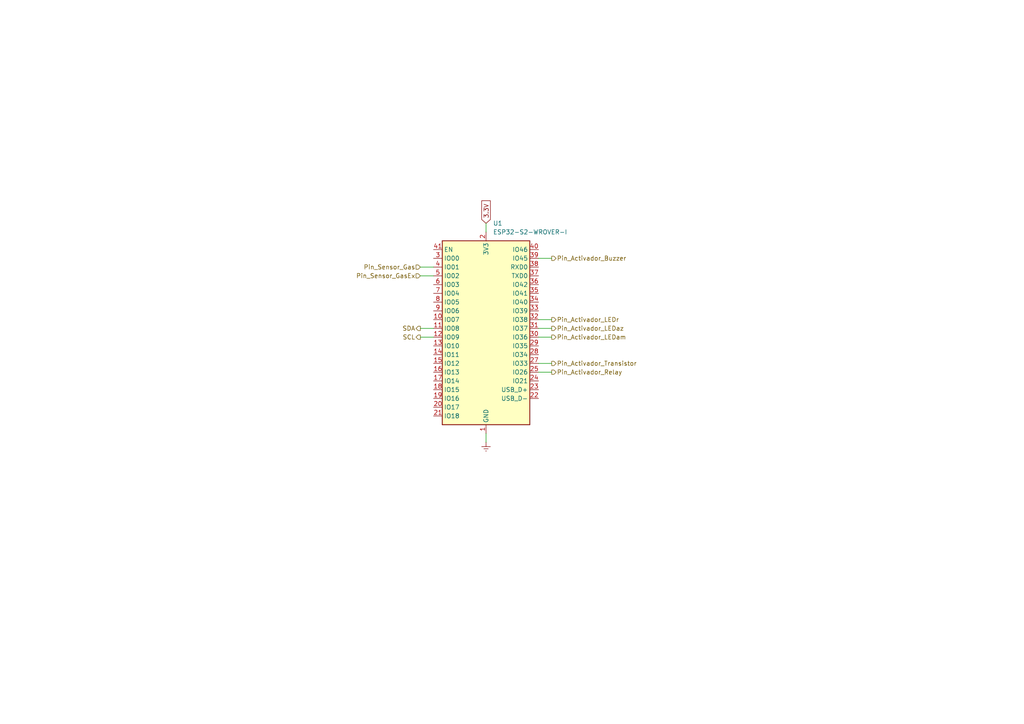
<source format=kicad_sch>
(kicad_sch (version 20230121) (generator eeschema)
  (paper "A4")
  (lib_symbols
    (symbol "RF_Module:ESP32-S2-WROVER-I"
      (property "Reference" "U" (at -12.7 29.21 0))
      (property "Value" "ESP32-S2-WROVER-I" (at 2.54 29.21 0))
      (symbol "ESP32-S2-WROVER-I_0_1"
        (rectangle (start -12.7 27.94) (end 12.7 -25.4) (stroke (width 0.254)) (fill (type background)))
      )
      (symbol "ESP32-S2-WROVER-I_1_1"
        (pin power_in line (at 0 -27.94 90) (length 2.54) (name "GND") (number "1"))
        (pin bidirectional line (at -15.24 5.08 0) (length 2.54) (name "IO07") (number "10"))
        (pin bidirectional line (at -15.24 2.54 0) (length 2.54) (name "IO08") (number "11"))
        (pin bidirectional line (at -15.24 0 0) (length 2.54) (name "IO09") (number "12"))
        (pin bidirectional line (at -15.24 -2.54 0) (length 2.54) (name "IO10") (number "13"))
        (pin bidirectional line (at -15.24 -5.08 0) (length 2.54) (name "IO11") (number "14"))
        (pin bidirectional line (at -15.24 -7.62 0) (length 2.54) (name "IO12") (number "15"))
        (pin bidirectional line (at -15.24 -10.16 0) (length 2.54) (name "IO13") (number "16"))
        (pin bidirectional line (at -15.24 -12.7 0) (length 2.54) (name "IO14") (number "17"))
        (pin bidirectional line (at -15.24 -15.24 0) (length 2.54) (name "IO15") (number "18"))
        (pin bidirectional line (at -15.24 -17.78 0) (length 2.54) (name "IO16") (number "19"))
        (pin power_in line (at 0 30.48 270) (length 2.54) (name "3V3") (number "2"))
        (pin bidirectional line (at -15.24 -20.32 0) (length 2.54) (name "IO17") (number "20"))
        (pin bidirectional line (at -15.24 -22.86 0) (length 2.54) (name "IO18") (number "21"))
        (pin bidirectional line (at 15.24 -17.78 180) (length 2.54) (name "USB_D-") (number "22"))
        (pin bidirectional line (at 15.24 -15.24 180) (length 2.54) (name "USB_D+") (number "23"))
        (pin bidirectional line (at 15.24 -12.7 180) (length 2.54) (name "IO21") (number "24"))
        (pin bidirectional line (at 15.24 -10.16 180) (length 2.54) (name "IO26") (number "25"))
        (pin passive line (at 0 -27.94 90) (length 2.54) hide (name "GND") (number "26"))
        (pin bidirectional line (at 15.24 -7.62 180) (length 2.54) (name "IO33") (number "27"))
        (pin bidirectional line (at 15.24 -5.08 180) (length 2.54) (name "IO34") (number "28"))
        (pin bidirectional line (at 15.24 -2.54 180) (length 2.54) (name "IO35") (number "29"))
        (pin bidirectional line (at -15.24 22.86 0) (length 2.54) (name "IO00") (number "3"))
        (pin bidirectional line (at 15.24 0 180) (length 2.54) (name "IO36") (number "30"))
        (pin bidirectional line (at 15.24 2.54 180) (length 2.54) (name "IO37") (number "31"))
        (pin bidirectional line (at 15.24 5.08 180) (length 2.54) (name "IO38") (number "32"))
        (pin bidirectional line (at 15.24 7.62 180) (length 2.54) (name "IO39") (number "33"))
        (pin bidirectional line (at 15.24 10.16 180) (length 2.54) (name "IO40") (number "34"))
        (pin bidirectional line (at 15.24 12.7 180) (length 2.54) (name "IO41") (number "35"))
        (pin bidirectional line (at 15.24 15.24 180) (length 2.54) (name "IO42") (number "36"))
        (pin bidirectional line (at 15.24 17.78 180) (length 2.54) (name "TXD0") (number "37"))
        (pin bidirectional line (at 15.24 20.32 180) (length 2.54) (name "RXD0") (number "38"))
        (pin bidirectional line (at 15.24 22.86 180) (length 2.54) (name "IO45") (number "39"))
        (pin bidirectional line (at -15.24 20.32 0) (length 2.54) (name "IO01") (number "4"))
        (pin input line (at 15.24 25.4 180) (length 2.54) (name "IO46") (number "40"))
        (pin input line (at -15.24 25.4 0) (length 2.54) (name "EN") (number "41"))
        (pin passive line (at 0 -27.94 90) (length 2.54) hide (name "GND") (number "42"))
        (pin passive line (at 0 -27.94 90) (length 2.54) hide (name "GND") (number "43"))
        (pin bidirectional line (at -15.24 17.78 0) (length 2.54) (name "IO02") (number "5"))
        (pin bidirectional line (at -15.24 15.24 0) (length 2.54) (name "IO03") (number "6"))
        (pin bidirectional line (at -15.24 12.7 0) (length 2.54) (name "IO04") (number "7"))
        (pin bidirectional line (at -15.24 10.16 0) (length 2.54) (name "IO05") (number "8"))
        (pin bidirectional line (at -15.24 7.62 0) (length 2.54) (name "IO06") (number "9"))
      )
    )
    (symbol "power:Earth" (power) (pin_names (offset 0))
      (symbol "Earth_0_1"
        (polyline (pts (xy -0.635 -1.905) (xy 0.635 -1.905)))
        (polyline (pts (xy -0.127 -2.54) (xy 0.127 -2.54)))
        (polyline (pts (xy 0 -1.27) (xy 0 0)))
        (polyline (pts (xy 1.27 -1.27) (xy -1.27 -1.27)))
      )
      (symbol "Earth_1_1"
        (pin power_in line (at 0 0 270) (length 0) hide (name "Earth") (number "1"))
      )
    )
  )
  (wire (pts (xy 121.92 77.47) (xy 125.73 77.47)))
  (wire (pts (xy 156.21 95.25) (xy 160.02 95.25)))
  (wire (pts (xy 156.21 105.41) (xy 160.02 105.41)))
  (wire (pts (xy 140.97 64.77) (xy 140.97 67.31)))
  (wire (pts (xy 140.97 125.73) (xy 140.97 128.27)))
  (wire (pts (xy 156.21 92.71) (xy 160.02 92.71)))
  (wire (pts (xy 156.21 74.93) (xy 160.02 74.93)))
  (wire (pts (xy 121.92 97.79) (xy 125.73 97.79)))
  (wire (pts (xy 156.21 97.79) (xy 160.02 97.79)))
  (wire (pts (xy 121.92 95.25) (xy 125.73 95.25)))
  (wire (pts (xy 156.21 107.95) (xy 160.02 107.95)))
  (wire (pts (xy 121.92 80.01) (xy 125.73 80.01)))
  (global_label "3.3V" (shape input) (at 140.97 64.77 90) (property "Intersheetrefs" "${INTERSHEET_REFS}" (effects hide)))
  (hierarchical_label "Pin_Sensor_GasEx" (shape input) (at 121.92 80.01 180))
  (hierarchical_label "Pin_Activador_Buzzer" (shape output) (at 160.02 74.93 0))
  (hierarchical_label "Pin_Activador_LEDr" (shape output) (at 160.02 92.71 0))
  (hierarchical_label "Pin_Activador_LEDam" (shape output) (at 160.02 97.79 0))
  (hierarchical_label "Pin_Activador_LEDaz" (shape output) (at 160.02 95.25 0))
  (hierarchical_label "Pin_Activador_Relay" (shape output) (at 160.02 107.95 0))
  (hierarchical_label "SCL" (shape output) (at 121.92 97.79 180))
  (hierarchical_label "SDA" (shape output) (at 121.92 95.25 180))
  (hierarchical_label "Pin_Sensor_Gas" (shape input) (at 121.92 77.47 180))
  (hierarchical_label "Pin_Activador_Transistor" (shape output) (at 160.02 105.41 0))
  (symbol (lib_id "power:Earth") (at 140.97 128.27 0) (unit 1)
    (property "Reference" "#PWR03" (effects hide))
    (property "Value" "Earth" (effects hide))
    (instances (project "KISS_V2" (path "" (reference "#PWR03") (unit 1)) (path "" (reference "#PWR013") (unit 1))))
  )
  (symbol (lib_id "RF_Module:ESP32-S2-WROVER-I") (at 140.97 97.79 0) (unit 1)
    (property "Reference" "U1" (at 142.9894 64.77 0) (effects (justify left)))
    (property "Value" "ESP32-S2-WROVER-I" (at 142.9894 67.31 0) (effects (justify left)))
    (property "Footprint" "RF_Module:ESP32-S2-WROVER" (effects hide))
    (property "Datasheet" "https://www.espressif.com/sites/default/files/documentation/esp32-s2-wroom_esp32-s2-wroom-i_datasheet_en.pdf" (effects hide))
    (instances (project "KISS" (path "" (reference "U1") (unit 1))) (project "KISS_V2" (path "" (reference "U7") (unit 1))))
  )
)
</source>
